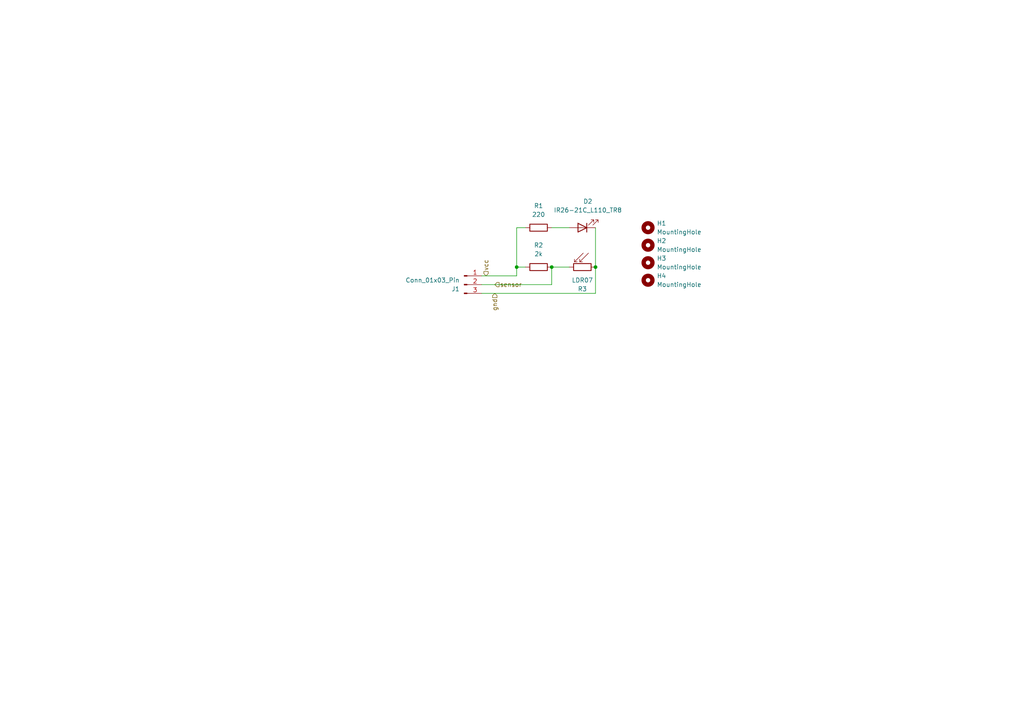
<source format=kicad_sch>
(kicad_sch (version 20250114) (generator "eeschema") (generator_version "9.0")
  (paper "A4")
  (lib_symbols
    (symbol "Connector:Conn_01x03_Pin" (pin_names (offset 1.016) (hide yes))
      (property "Reference" "J" (at 0 5.08 0))
      (property "Value" "Conn_01x03_Pin" (at 0 -5.08 0))
      (symbol "Conn_01x03_Pin_1_1"
        (rectangle (start 0.8636 2.667) (end 0 2.413) (stroke (width 0.1524)) (fill (type outline)))
        (rectangle (start 0.8636 0.127) (end 0 -0.127) (stroke (width 0.1524)) (fill (type outline)))
        (rectangle (start 0.8636 -2.413) (end 0 -2.667) (stroke (width 0.1524)) (fill (type outline)))
        (polyline (pts (xy 1.27 2.54) (xy 0.8636 2.54)) (stroke (width 0.1524)))
        (polyline (pts (xy 1.27 0) (xy 0.8636 0)) (stroke (width 0.1524)))
        (polyline (pts (xy 1.27 -2.54) (xy 0.8636 -2.54)) (stroke (width 0.1524)))
        (pin passive line (at 5.08 2.54 180) (length 3.81) (name "Pin_1") (number "1"))
        (pin passive line (at 5.08 0 180) (length 3.81) (name "Pin_2") (number "2"))
        (pin passive line (at 5.08 -2.54 180) (length 3.81) (name "Pin_3") (number "3"))
      )
    )
    (symbol "Device:R" (pin_numbers (hide yes)) (pin_names (offset 0))
      (property "Reference" "R" (at 2.032 0 90))
      (property "Value" "R" (at 0 0 90))
      (symbol "R_0_1"
        (rectangle (start -1.016 -2.54) (end 1.016 2.54) (stroke (width 0.254)))
      )
      (symbol "R_1_1"
        (pin passive line (at 0 3.81 270) (length 1.27) (name "~") (number "1"))
        (pin passive line (at 0 -3.81 90) (length 1.27) (name "~") (number "2"))
      )
    )
    (symbol "LED:IR26-21C_L110_TR8" (pin_numbers (hide yes)) (pin_names (offset 1.016) (hide yes))
      (property "Reference" "D" (at 0 2.54 0))
      (property "Value" "IR26-21C_L110_TR8" (at 0 -3.81 0))
      (symbol "IR26-21C_L110_TR8_0_1"
        (polyline (pts (xy -3.048 -0.762) (xy -4.572 -2.286) (xy -3.81 -2.286) (xy -4.572 -2.286) (xy -4.572 -1.524)))
        (polyline (pts (xy -1.778 -0.762) (xy -3.302 -2.286) (xy -2.54 -2.286) (xy -3.302 -2.286) (xy -3.302 -1.524)))
        (polyline (pts (xy -1.27 0) (xy 1.27 0)))
        (polyline (pts (xy -1.27 -1.27) (xy -1.27 1.27)) (stroke (width 0.254)))
        (polyline (pts (xy 1.27 -1.27) (xy 1.27 1.27) (xy -1.27 0) (xy 1.27 -1.27)) (stroke (width 0.254)))
      )
      (symbol "IR26-21C_L110_TR8_1_1"
        (pin passive line (at -3.81 0 0) (length 2.54) (name "K") (number "1"))
        (pin passive line (at 3.81 0 180) (length 2.54) (name "A") (number "2"))
      )
    )
    (symbol "Mechanical:MountingHole" (pin_names (offset 1.016)) (exclude_from_sim yes) (in_bom no)
      (property "Reference" "H" (at 0 5.08 0))
      (property "Value" "MountingHole" (at 0 3.175 0))
      (symbol "MountingHole_0_1"
        (circle (center 0 0) (radius 1.27) (stroke (width 1.27)))
      )
    )
    (symbol "Sensor_Optical:LDR07" (pin_numbers (hide yes)) (pin_names (offset 0))
      (property "Reference" "R" (at -5.08 0 90))
      (property "Value" "LDR07" (at 1.905 0 90))
      (symbol "LDR07_0_1"
        (polyline (pts (xy -1.524 -0.762) (xy -4.064 1.778)))
        (polyline (pts (xy -1.524 -0.762) (xy -2.286 -0.762)))
        (polyline (pts (xy -1.524 -0.762) (xy -1.524 0)))
        (polyline (pts (xy -1.524 -2.286) (xy -4.064 0.254)))
        (polyline (pts (xy -1.524 -2.286) (xy -2.286 -2.286)))
        (polyline (pts (xy -1.524 -2.286) (xy -1.524 -1.524)))
        (rectangle (start -1.016 2.54) (end 1.016 -2.54) (stroke (width 0.254)))
      )
      (symbol "LDR07_1_1"
        (pin passive line (at 0 3.81 270) (length 1.27) (name "~") (number "1"))
        (pin passive line (at 0 -3.81 90) (length 1.27) (name "~") (number "2"))
      )
    )
  )
  (junction (at 160.02 77.47))
  (junction (at 172.72 77.47))
  (junction (at 149.86 77.47))
  (wire (pts (xy 139.7 80.01) (xy 149.86 80.01)))
  (wire (pts (xy 149.86 77.47) (xy 152.4 77.47)))
  (wire (pts (xy 172.72 66.04) (xy 172.72 77.47)))
  (wire (pts (xy 149.86 66.04) (xy 152.4 66.04)))
  (wire (pts (xy 172.72 85.09) (xy 139.7 85.09)))
  (wire (pts (xy 149.86 77.47) (xy 149.86 80.01)))
  (wire (pts (xy 160.02 77.47) (xy 165.1 77.47)))
  (wire (pts (xy 160.02 77.47) (xy 160.02 82.55)))
  (wire (pts (xy 149.86 66.04) (xy 149.86 77.47)))
  (wire (pts (xy 160.02 66.04) (xy 165.1 66.04)))
  (wire (pts (xy 172.72 77.47) (xy 172.72 85.09)))
  (wire (pts (xy 160.02 82.55) (xy 139.7 82.55)))
  (hierarchical_label "sensor" (shape input) (at 143.51 82.55 0))
  (hierarchical_label "vcc" (shape input) (at 140.97 80.01 90))
  (hierarchical_label "gnd" (shape input) (at 143.51 85.09 270))
  (symbol (lib_id "Mechanical:MountingHole") (at 187.96 76.2 0) (unit 1) (exclude_from_sim yes) (in_bom no)
    (property "Reference" "H3" (at 190.5 74.9299 0) (effects (justify left)))
    (property "Value" "MountingHole" (at 190.5 77.4699 0) (effects (justify left)))
    (property "Footprint" "MountingHole:MountingHole_2.2mm_M2" (effects (hide yes)))
    (property "Description" "Mounting Hole without connection" (effects (hide yes)))
  )
  (symbol (lib_id "Mechanical:MountingHole") (at 187.96 71.12 0) (unit 1) (exclude_from_sim yes) (in_bom no)
    (property "Reference" "H2" (at 190.5 69.8499 0) (effects (justify left)))
    (property "Value" "MountingHole" (at 190.5 72.3899 0) (effects (justify left)))
    (property "Footprint" "MountingHole:MountingHole_2.2mm_M2" (effects (hide yes)))
    (property "Description" "Mounting Hole without connection" (effects (hide yes)))
  )
  (symbol (lib_id "LED:IR26-21C_L110_TR8") (at 168.91 66.04 180) (unit 1)
    (property "Reference" "D2" (at 170.4975 58.42 0))
    (property "Value" "IR26-21C_L110_TR8" (at 170.4975 60.96 0))
    (property "Footprint" "LED_THT:LED_D5.0mm_Horizontal_O3.81mm_Z9.0mm" (effects (hide yes)))
    (property "Datasheet" "http://www.everlight.com/file/ProductFile/IR26-21C-L110-TR8.pdf" (effects (hide yes)))
    (property "Description" "940nm, 20 deg, Infrared LED, 1206" (effects (hide yes)))
  )
  (symbol (lib_id "Device:R") (at 156.21 66.04 90) (unit 1)
    (property "Reference" "R1" (at 156.21 59.69 90))
    (property "Value" "220" (at 156.21 62.23 90))
    (property "Footprint" "Resistor_SMD:R_0805_2012Metric" (effects (hide yes)))
    (property "Description" "Resistor" (effects (hide yes)))
  )
  (symbol (lib_id "Mechanical:MountingHole") (at 187.96 66.04 0) (unit 1) (exclude_from_sim yes) (in_bom no)
    (property "Reference" "H1" (at 190.5 64.7699 0) (effects (justify left)))
    (property "Value" "MountingHole" (at 190.5 67.3099 0) (effects (justify left)))
    (property "Footprint" "MountingHole:MountingHole_2.2mm_M2" (effects (hide yes)))
    (property "Description" "Mounting Hole without connection" (effects (hide yes)))
  )
  (symbol (lib_id "Mechanical:MountingHole") (at 187.96 81.28 0) (unit 1) (exclude_from_sim yes) (in_bom no)
    (property "Reference" "H4" (at 190.5 80.0099 0) (effects (justify left)))
    (property "Value" "MountingHole" (at 190.5 82.5499 0) (effects (justify left)))
    (property "Footprint" "MountingHole:MountingHole_2.2mm_M2" (effects (hide yes)))
    (property "Description" "Mounting Hole without connection" (effects (hide yes)))
  )
  (symbol (lib_id "Connector:Conn_01x03_Pin") (at 134.62 82.55 0) (unit 1)
    (property "Reference" "J1" (at 133.35 83.8201 0) (effects (justify right)))
    (property "Value" "Conn_01x03_Pin" (at 133.35 81.2801 0) (effects (justify right)))
    (property "Footprint" "Connector_PinHeader_2.54mm:PinHeader_1x03_P2.54mm_Horizontal" (effects (hide yes)))
    (property "Description" "Generic connector, single row, 01x03, script generated" (effects (hide yes)))
  )
  (symbol (lib_id "Sensor_Optical:LDR07") (at 168.91 77.47 270) (unit 1)
    (property "Reference" "R3" (at 168.91 83.82 90))
    (property "Value" "LDR07" (at 168.91 81.28 90))
    (property "Footprint" "LED_THT:LED_D5.0mm_Horizontal_O3.81mm_Z9.0mm" (effects (hide yes)))
    (property "Datasheet" "http://www.tme.eu/de/Document/f2e3ad76a925811312d226c31da4cd7e/LDR07.pdf" (effects (hide yes)))
    (property "Description" "light dependent resistor" (effects (hide yes)))
  )
  (symbol (lib_id "Device:R") (at 156.21 77.47 90) (unit 1)
    (property "Reference" "R2" (at 156.21 71.12 90))
    (property "Value" "2k" (at 156.21 73.66 90))
    (property "Footprint" "Resistor_SMD:R_0805_2012Metric" (effects (hide yes)))
    (property "Description" "Resistor" (effects (hide yes)))
  )
)
</source>
